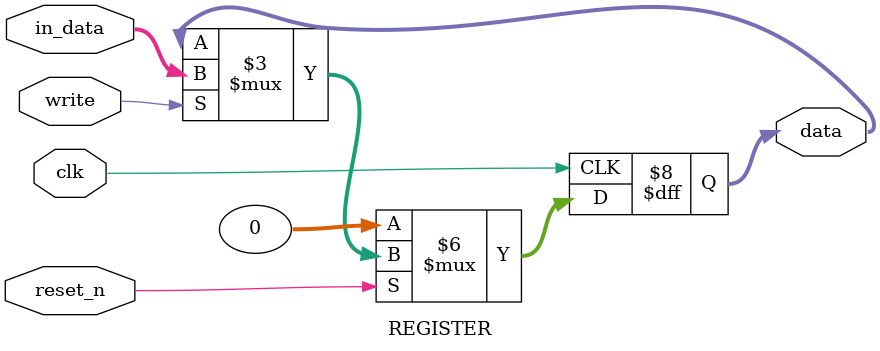
<source format=sv>
`timescale 1ns / 1ps
module REGISTER (
    input logic reset_n,
    input logic clk,
    input logic write,
    input logic [31:0] in_data,
    output logic [31:0] data
);

always_ff @(posedge clk) begin
    if(!reset_n) begin
        data <= 32'b0;
    end
    else begin
        if(write) begin
            data <= in_data;
        end
    end
end
endmodule
</source>
